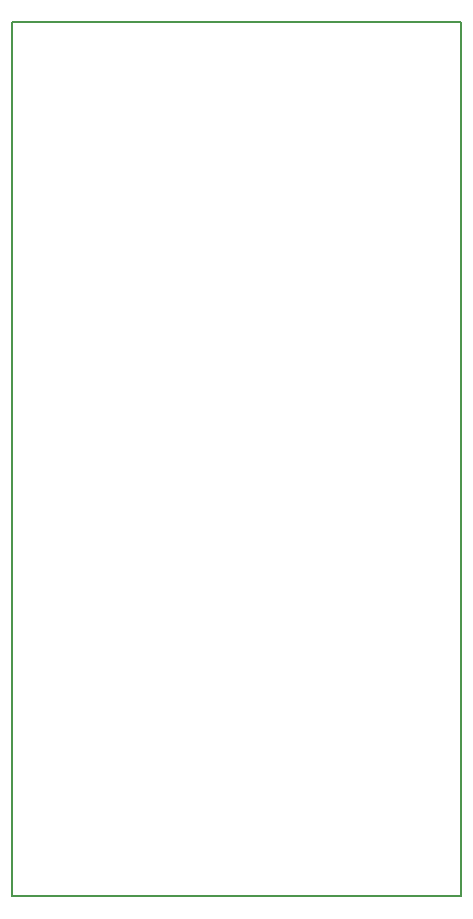
<source format=gbr>
G04 #@! TF.FileFunction,Profile,NP*
%FSLAX46Y46*%
G04 Gerber Fmt 4.6, Leading zero omitted, Abs format (unit mm)*
G04 Created by KiCad (PCBNEW 4.0.6) date Friday, April 06, 2018 'AMt' 10:50:20 AM*
%MOMM*%
%LPD*%
G01*
G04 APERTURE LIST*
%ADD10C,0.100000*%
%ADD11C,0.150000*%
G04 APERTURE END LIST*
D10*
D11*
X114850000Y-46480000D02*
X114850000Y-120480000D01*
X152850000Y-46480000D02*
X114850000Y-46480000D01*
X152850000Y-120480000D02*
X152850000Y-46480000D01*
X114850000Y-120480000D02*
X152850000Y-120480000D01*
M02*

</source>
